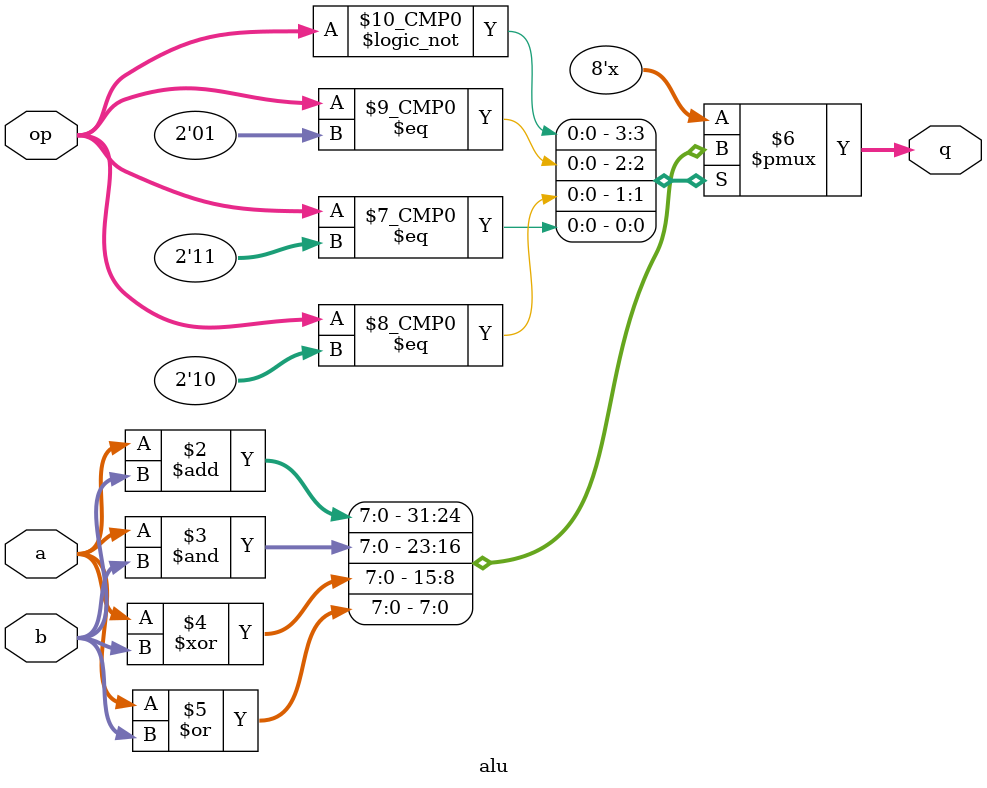
<source format=v>
module alu(a, b, op, q);
  parameter WIDTH = 8;
  input [WIDTH-1:0] a, b;
  input [1:0] op;
  output reg [WIDTH-1:0] q;
  always @(*) begin
    case(op)
      2'b00: q = a + b;
      2'b01: q = a & b;
      2'b10: q = a ^ b;
      2'b11: q = a | b;
      default: q = 0;
    endcase
  end    
endmodule

</source>
